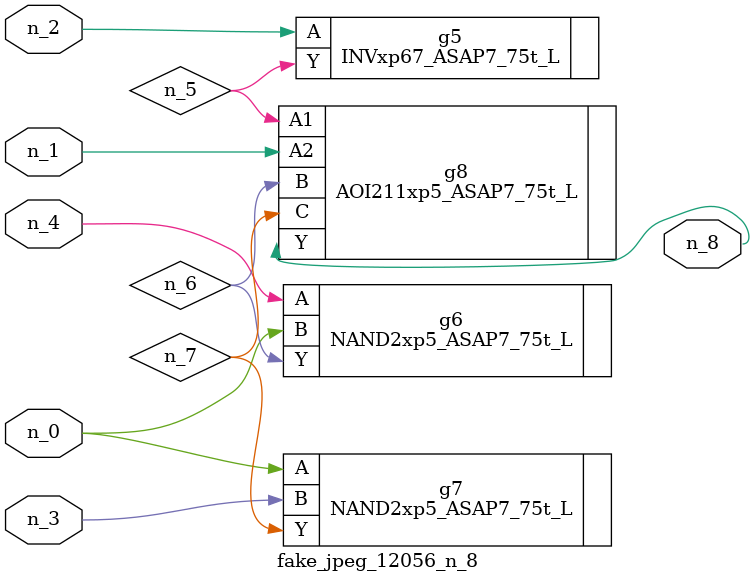
<source format=v>
module fake_jpeg_12056_n_8 (n_3, n_2, n_1, n_0, n_4, n_8);

input n_3;
input n_2;
input n_1;
input n_0;
input n_4;

output n_8;

wire n_6;
wire n_5;
wire n_7;

INVxp67_ASAP7_75t_L g5 ( 
.A(n_2),
.Y(n_5)
);

NAND2xp5_ASAP7_75t_L g6 ( 
.A(n_4),
.B(n_0),
.Y(n_6)
);

NAND2xp5_ASAP7_75t_L g7 ( 
.A(n_0),
.B(n_3),
.Y(n_7)
);

AOI211xp5_ASAP7_75t_L g8 ( 
.A1(n_5),
.A2(n_1),
.B(n_6),
.C(n_7),
.Y(n_8)
);


endmodule
</source>
